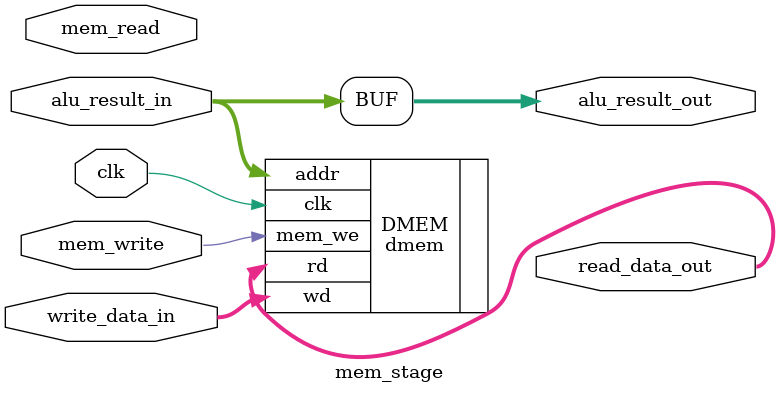
<source format=v>
`timescale 1ns/1ps

module mem_stage (
    input  wire        clk,
    input  wire        mem_read,
    input  wire        mem_write,
    input  wire [31:0] alu_result_in,
    input  wire [31:0] write_data_in,
    output wire [31:0] read_data_out,
    output wire [31:0] alu_result_out
);

    assign alu_result_out = alu_result_in;

    dmem DMEM (
        .clk    (clk),
        .mem_we (mem_write),
        .addr   (alu_result_in),
        .wd     (write_data_in),
        .rd     (read_data_out)
    );

endmodule

</source>
